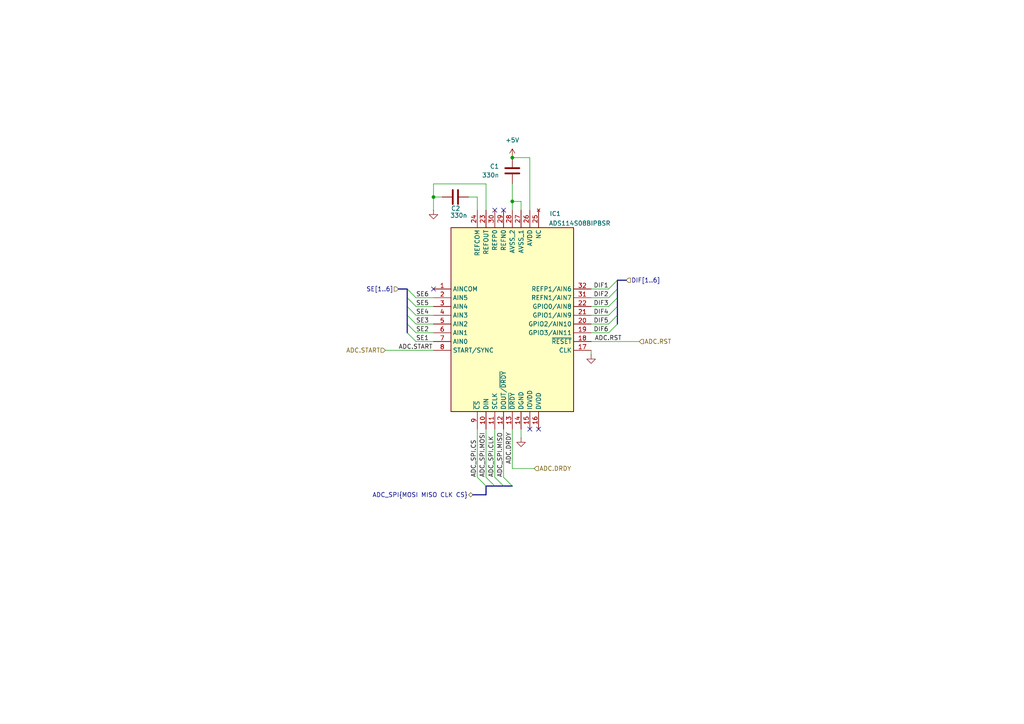
<source format=kicad_sch>
(kicad_sch
	(version 20250114)
	(generator "eeschema")
	(generator_version "9.0")
	(uuid "7045bf25-c1ee-4ef2-952f-9c85fbc27010")
	(paper "A4")
	(title_block
		(title "Universal use measuring PCB")
		(company "Author: Kacper Pawlak")
	)
	(lib_symbols
		(symbol "ADS114S08BIPBSR:ADS114S08BIPBSR"
			(exclude_from_sim no)
			(in_bom yes)
			(on_board yes)
			(property "Reference" "IC1"
				(at 35.306 21.844 0)
				(effects
					(font
						(size 1.27 1.27)
					)
				)
			)
			(property "Value" "ADS114S08BIPBSR"
				(at 42.418 19.05 0)
				(effects
					(font
						(size 1.27 1.27)
					)
				)
			)
			(property "Footprint" "QFP50P700X700X120-32N"
				(at 41.91 -79.68 0)
				(effects
					(font
						(size 1.27 1.27)
					)
					(justify left top)
					(hide yes)
				)
			)
			(property "Datasheet" "http://www.ti.com/lit/ds/symlink/ads114s08b.pdf"
				(at 41.91 -179.68 0)
				(effects
					(font
						(size 1.27 1.27)
					)
					(justify left top)
					(hide yes)
				)
			)
			(property "Description" "16-Bit, 4kSPS, 12-Ch Delta-Sigma ADC With PGA and Voltage Reference for Low-Cost Applications"
				(at 0 0 0)
				(effects
					(font
						(size 1.27 1.27)
					)
					(hide yes)
				)
			)
			(property "Height" "1.2"
				(at 41.91 -379.68 0)
				(effects
					(font
						(size 1.27 1.27)
					)
					(justify left top)
					(hide yes)
				)
			)
			(property "Mouser Part Number" "595-ADS114S08BIPBSR"
				(at 41.91 -479.68 0)
				(effects
					(font
						(size 1.27 1.27)
					)
					(justify left top)
					(hide yes)
				)
			)
			(property "Mouser Price/Stock" "https://www.mouser.co.uk/ProductDetail/Texas-Instruments/ADS114S08BIPBSR?qs=BZBei1rCqCBEYklFsSuG7A%3D%3D"
				(at 41.91 -579.68 0)
				(effects
					(font
						(size 1.27 1.27)
					)
					(justify left top)
					(hide yes)
				)
			)
			(property "Manufacturer_Name" "Texas Instruments"
				(at 41.91 -679.68 0)
				(effects
					(font
						(size 1.27 1.27)
					)
					(justify left top)
					(hide yes)
				)
			)
			(property "Manufacturer_Part_Number" "ADS114S08BIPBSR"
				(at 41.91 -779.68 0)
				(effects
					(font
						(size 1.27 1.27)
					)
					(justify left top)
					(hide yes)
				)
			)
			(symbol "ADS114S08BIPBSR_1_1"
				(rectangle
					(start 5.08 17.78)
					(end 40.64 -35.56)
					(stroke
						(width 0.254)
						(type default)
					)
					(fill
						(type background)
					)
				)
				(pin passive line
					(at 0 0 0)
					(length 5.08)
					(name "AINCOM"
						(effects
							(font
								(size 1.27 1.27)
							)
						)
					)
					(number "1"
						(effects
							(font
								(size 1.27 1.27)
							)
						)
					)
				)
				(pin passive line
					(at 0 -2.54 0)
					(length 5.08)
					(name "AIN5"
						(effects
							(font
								(size 1.27 1.27)
							)
						)
					)
					(number "2"
						(effects
							(font
								(size 1.27 1.27)
							)
						)
					)
				)
				(pin passive line
					(at 0 -5.08 0)
					(length 5.08)
					(name "AIN4"
						(effects
							(font
								(size 1.27 1.27)
							)
						)
					)
					(number "3"
						(effects
							(font
								(size 1.27 1.27)
							)
						)
					)
				)
				(pin passive line
					(at 0 -7.62 0)
					(length 5.08)
					(name "AIN3"
						(effects
							(font
								(size 1.27 1.27)
							)
						)
					)
					(number "4"
						(effects
							(font
								(size 1.27 1.27)
							)
						)
					)
				)
				(pin passive line
					(at 0 -10.16 0)
					(length 5.08)
					(name "AIN2"
						(effects
							(font
								(size 1.27 1.27)
							)
						)
					)
					(number "5"
						(effects
							(font
								(size 1.27 1.27)
							)
						)
					)
				)
				(pin passive line
					(at 0 -12.7 0)
					(length 5.08)
					(name "AIN1"
						(effects
							(font
								(size 1.27 1.27)
							)
						)
					)
					(number "6"
						(effects
							(font
								(size 1.27 1.27)
							)
						)
					)
				)
				(pin passive line
					(at 0 -15.24 0)
					(length 5.08)
					(name "AIN0"
						(effects
							(font
								(size 1.27 1.27)
							)
						)
					)
					(number "7"
						(effects
							(font
								(size 1.27 1.27)
							)
						)
					)
				)
				(pin passive line
					(at 0 -17.78 0)
					(length 5.08)
					(name "START/SYNC"
						(effects
							(font
								(size 1.27 1.27)
							)
						)
					)
					(number "8"
						(effects
							(font
								(size 1.27 1.27)
							)
						)
					)
				)
				(pin passive line
					(at 12.7 22.86 270)
					(length 5.08)
					(name "REFCOM"
						(effects
							(font
								(size 1.27 1.27)
							)
						)
					)
					(number "24"
						(effects
							(font
								(size 1.27 1.27)
							)
						)
					)
				)
				(pin passive line
					(at 12.7 -40.64 90)
					(length 5.08)
					(name "~{CS}"
						(effects
							(font
								(size 1.27 1.27)
							)
						)
					)
					(number "9"
						(effects
							(font
								(size 1.27 1.27)
							)
						)
					)
				)
				(pin passive line
					(at 15.24 22.86 270)
					(length 5.08)
					(name "REFOUT"
						(effects
							(font
								(size 1.27 1.27)
							)
						)
					)
					(number "23"
						(effects
							(font
								(size 1.27 1.27)
							)
						)
					)
				)
				(pin passive line
					(at 15.24 -40.64 90)
					(length 5.08)
					(name "DIN"
						(effects
							(font
								(size 1.27 1.27)
							)
						)
					)
					(number "10"
						(effects
							(font
								(size 1.27 1.27)
							)
						)
					)
				)
				(pin passive line
					(at 17.78 22.86 270)
					(length 5.08)
					(name "REFP0"
						(effects
							(font
								(size 1.27 1.27)
							)
						)
					)
					(number "30"
						(effects
							(font
								(size 1.27 1.27)
							)
						)
					)
				)
				(pin passive line
					(at 17.78 -40.64 90)
					(length 5.08)
					(name "SCLK"
						(effects
							(font
								(size 1.27 1.27)
							)
						)
					)
					(number "11"
						(effects
							(font
								(size 1.27 1.27)
							)
						)
					)
				)
				(pin passive line
					(at 20.32 22.86 270)
					(length 5.08)
					(name "REFN0"
						(effects
							(font
								(size 1.27 1.27)
							)
						)
					)
					(number "29"
						(effects
							(font
								(size 1.27 1.27)
							)
						)
					)
				)
				(pin passive line
					(at 20.32 -40.64 90)
					(length 5.08)
					(name "DOUT/~{DRDY}"
						(effects
							(font
								(size 1.27 1.27)
							)
						)
					)
					(number "12"
						(effects
							(font
								(size 1.27 1.27)
							)
						)
					)
				)
				(pin passive line
					(at 22.86 22.86 270)
					(length 5.08)
					(name "AVSS_2"
						(effects
							(font
								(size 1.27 1.27)
							)
						)
					)
					(number "28"
						(effects
							(font
								(size 1.27 1.27)
							)
						)
					)
				)
				(pin passive line
					(at 22.86 -40.64 90)
					(length 5.08)
					(name "~{DRDY}"
						(effects
							(font
								(size 1.27 1.27)
							)
						)
					)
					(number "13"
						(effects
							(font
								(size 1.27 1.27)
							)
						)
					)
				)
				(pin passive line
					(at 25.4 22.86 270)
					(length 5.08)
					(name "AVSS_1"
						(effects
							(font
								(size 1.27 1.27)
							)
						)
					)
					(number "27"
						(effects
							(font
								(size 1.27 1.27)
							)
						)
					)
				)
				(pin passive line
					(at 25.4 -40.64 90)
					(length 5.08)
					(name "DGND"
						(effects
							(font
								(size 1.27 1.27)
							)
						)
					)
					(number "14"
						(effects
							(font
								(size 1.27 1.27)
							)
						)
					)
				)
				(pin passive line
					(at 27.94 22.86 270)
					(length 5.08)
					(name "AVDD"
						(effects
							(font
								(size 1.27 1.27)
							)
						)
					)
					(number "26"
						(effects
							(font
								(size 1.27 1.27)
							)
						)
					)
				)
				(pin passive line
					(at 27.94 -40.64 90)
					(length 5.08)
					(name "IOVDD"
						(effects
							(font
								(size 1.27 1.27)
							)
						)
					)
					(number "15"
						(effects
							(font
								(size 1.27 1.27)
							)
						)
					)
				)
				(pin no_connect line
					(at 30.48 22.86 270)
					(length 5.08)
					(name "NC"
						(effects
							(font
								(size 1.27 1.27)
							)
						)
					)
					(number "25"
						(effects
							(font
								(size 1.27 1.27)
							)
						)
					)
				)
				(pin passive line
					(at 30.48 -40.64 90)
					(length 5.08)
					(name "DVDD"
						(effects
							(font
								(size 1.27 1.27)
							)
						)
					)
					(number "16"
						(effects
							(font
								(size 1.27 1.27)
							)
						)
					)
				)
				(pin passive line
					(at 45.72 0 180)
					(length 5.08)
					(name "REFP1/AIN6"
						(effects
							(font
								(size 1.27 1.27)
							)
						)
					)
					(number "32"
						(effects
							(font
								(size 1.27 1.27)
							)
						)
					)
				)
				(pin passive line
					(at 45.72 -2.54 180)
					(length 5.08)
					(name "REFN1/AIN7"
						(effects
							(font
								(size 1.27 1.27)
							)
						)
					)
					(number "31"
						(effects
							(font
								(size 1.27 1.27)
							)
						)
					)
				)
				(pin passive line
					(at 45.72 -5.08 180)
					(length 5.08)
					(name "GPIO0/AIN8"
						(effects
							(font
								(size 1.27 1.27)
							)
						)
					)
					(number "22"
						(effects
							(font
								(size 1.27 1.27)
							)
						)
					)
				)
				(pin passive line
					(at 45.72 -7.62 180)
					(length 5.08)
					(name "GPIO1/AIN9"
						(effects
							(font
								(size 1.27 1.27)
							)
						)
					)
					(number "21"
						(effects
							(font
								(size 1.27 1.27)
							)
						)
					)
				)
				(pin passive line
					(at 45.72 -10.16 180)
					(length 5.08)
					(name "GPIO2/AIN10"
						(effects
							(font
								(size 1.27 1.27)
							)
						)
					)
					(number "20"
						(effects
							(font
								(size 1.27 1.27)
							)
						)
					)
				)
				(pin passive line
					(at 45.72 -12.7 180)
					(length 5.08)
					(name "GPIO3/AIN11"
						(effects
							(font
								(size 1.27 1.27)
							)
						)
					)
					(number "19"
						(effects
							(font
								(size 1.27 1.27)
							)
						)
					)
				)
				(pin passive line
					(at 45.72 -15.24 180)
					(length 5.08)
					(name "~{RESET}"
						(effects
							(font
								(size 1.27 1.27)
							)
						)
					)
					(number "18"
						(effects
							(font
								(size 1.27 1.27)
							)
						)
					)
				)
				(pin passive line
					(at 45.72 -17.78 180)
					(length 5.08)
					(name "CLK"
						(effects
							(font
								(size 1.27 1.27)
							)
						)
					)
					(number "17"
						(effects
							(font
								(size 1.27 1.27)
							)
						)
					)
				)
			)
			(embedded_fonts no)
		)
		(symbol "Device:C"
			(pin_numbers
				(hide yes)
			)
			(pin_names
				(offset 0.254)
			)
			(exclude_from_sim no)
			(in_bom yes)
			(on_board yes)
			(property "Reference" "C"
				(at 0.635 2.54 0)
				(effects
					(font
						(size 1.27 1.27)
					)
					(justify left)
				)
			)
			(property "Value" "C"
				(at 0.635 -2.54 0)
				(effects
					(font
						(size 1.27 1.27)
					)
					(justify left)
				)
			)
			(property "Footprint" ""
				(at 0.9652 -3.81 0)
				(effects
					(font
						(size 1.27 1.27)
					)
					(hide yes)
				)
			)
			(property "Datasheet" "~"
				(at 0 0 0)
				(effects
					(font
						(size 1.27 1.27)
					)
					(hide yes)
				)
			)
			(property "Description" "Unpolarized capacitor"
				(at 0 0 0)
				(effects
					(font
						(size 1.27 1.27)
					)
					(hide yes)
				)
			)
			(property "ki_keywords" "cap capacitor"
				(at 0 0 0)
				(effects
					(font
						(size 1.27 1.27)
					)
					(hide yes)
				)
			)
			(property "ki_fp_filters" "C_*"
				(at 0 0 0)
				(effects
					(font
						(size 1.27 1.27)
					)
					(hide yes)
				)
			)
			(symbol "C_0_1"
				(polyline
					(pts
						(xy -2.032 0.762) (xy 2.032 0.762)
					)
					(stroke
						(width 0.508)
						(type default)
					)
					(fill
						(type none)
					)
				)
				(polyline
					(pts
						(xy -2.032 -0.762) (xy 2.032 -0.762)
					)
					(stroke
						(width 0.508)
						(type default)
					)
					(fill
						(type none)
					)
				)
			)
			(symbol "C_1_1"
				(pin passive line
					(at 0 3.81 270)
					(length 2.794)
					(name "~"
						(effects
							(font
								(size 1.27 1.27)
							)
						)
					)
					(number "1"
						(effects
							(font
								(size 1.27 1.27)
							)
						)
					)
				)
				(pin passive line
					(at 0 -3.81 90)
					(length 2.794)
					(name "~"
						(effects
							(font
								(size 1.27 1.27)
							)
						)
					)
					(number "2"
						(effects
							(font
								(size 1.27 1.27)
							)
						)
					)
				)
			)
			(embedded_fonts no)
		)
		(symbol "power:+5V"
			(power)
			(pin_numbers
				(hide yes)
			)
			(pin_names
				(offset 0)
				(hide yes)
			)
			(exclude_from_sim no)
			(in_bom yes)
			(on_board yes)
			(property "Reference" "#PWR"
				(at 0 -3.81 0)
				(effects
					(font
						(size 1.27 1.27)
					)
					(hide yes)
				)
			)
			(property "Value" "+5V"
				(at 0 3.556 0)
				(effects
					(font
						(size 1.27 1.27)
					)
				)
			)
			(property "Footprint" ""
				(at 0 0 0)
				(effects
					(font
						(size 1.27 1.27)
					)
					(hide yes)
				)
			)
			(property "Datasheet" ""
				(at 0 0 0)
				(effects
					(font
						(size 1.27 1.27)
					)
					(hide yes)
				)
			)
			(property "Description" "Power symbol creates a global label with name \"+5V\""
				(at 0 0 0)
				(effects
					(font
						(size 1.27 1.27)
					)
					(hide yes)
				)
			)
			(property "ki_keywords" "global power"
				(at 0 0 0)
				(effects
					(font
						(size 1.27 1.27)
					)
					(hide yes)
				)
			)
			(symbol "+5V_0_1"
				(polyline
					(pts
						(xy -0.762 1.27) (xy 0 2.54)
					)
					(stroke
						(width 0)
						(type default)
					)
					(fill
						(type none)
					)
				)
				(polyline
					(pts
						(xy 0 2.54) (xy 0.762 1.27)
					)
					(stroke
						(width 0)
						(type default)
					)
					(fill
						(type none)
					)
				)
				(polyline
					(pts
						(xy 0 0) (xy 0 2.54)
					)
					(stroke
						(width 0)
						(type default)
					)
					(fill
						(type none)
					)
				)
			)
			(symbol "+5V_1_1"
				(pin power_in line
					(at 0 0 90)
					(length 0)
					(name "~"
						(effects
							(font
								(size 1.27 1.27)
							)
						)
					)
					(number "1"
						(effects
							(font
								(size 1.27 1.27)
							)
						)
					)
				)
			)
			(embedded_fonts no)
		)
		(symbol "power:GND"
			(power)
			(pin_numbers
				(hide yes)
			)
			(pin_names
				(offset 0)
				(hide yes)
			)
			(exclude_from_sim no)
			(in_bom yes)
			(on_board yes)
			(property "Reference" "#PWR"
				(at 0 -6.35 0)
				(effects
					(font
						(size 1.27 1.27)
					)
					(hide yes)
				)
			)
			(property "Value" "GND"
				(at 0 -3.81 0)
				(effects
					(font
						(size 1.27 1.27)
					)
				)
			)
			(property "Footprint" ""
				(at 0 0 0)
				(effects
					(font
						(size 1.27 1.27)
					)
					(hide yes)
				)
			)
			(property "Datasheet" ""
				(at 0 0 0)
				(effects
					(font
						(size 1.27 1.27)
					)
					(hide yes)
				)
			)
			(property "Description" "Power symbol creates a global label with name \"GND\" , ground"
				(at 0 0 0)
				(effects
					(font
						(size 1.27 1.27)
					)
					(hide yes)
				)
			)
			(property "ki_keywords" "global power"
				(at 0 0 0)
				(effects
					(font
						(size 1.27 1.27)
					)
					(hide yes)
				)
			)
			(symbol "GND_0_1"
				(polyline
					(pts
						(xy 0 0) (xy 0 -1.27) (xy 1.27 -1.27) (xy 0 -2.54) (xy -1.27 -1.27) (xy 0 -1.27)
					)
					(stroke
						(width 0)
						(type default)
					)
					(fill
						(type none)
					)
				)
			)
			(symbol "GND_1_1"
				(pin power_in line
					(at 0 0 270)
					(length 0)
					(name "~"
						(effects
							(font
								(size 1.27 1.27)
							)
						)
					)
					(number "1"
						(effects
							(font
								(size 1.27 1.27)
							)
						)
					)
				)
			)
			(embedded_fonts no)
		)
	)
	(junction
		(at 148.59 58.42)
		(diameter 0)
		(color 0 0 0 0)
		(uuid "58aca058-669e-4bce-95cd-38142e82e1e4")
	)
	(junction
		(at 125.73 57.15)
		(diameter 0)
		(color 0 0 0 0)
		(uuid "6875b97b-d31e-471f-918b-68d4994737a8")
	)
	(junction
		(at 148.59 45.72)
		(diameter 0)
		(color 0 0 0 0)
		(uuid "8d98e610-2ecd-4e0f-afc1-dbcf533965a9")
	)
	(no_connect
		(at 143.51 60.96)
		(uuid "0dd0efc4-137f-497e-bd51-1db55e42ae79")
	)
	(no_connect
		(at 153.67 124.46)
		(uuid "129590c8-826d-48f6-b025-bb3a8cb8733e")
	)
	(no_connect
		(at 125.73 83.82)
		(uuid "1cf42fa8-f16b-495b-bcc3-2caab73806b9")
	)
	(no_connect
		(at 156.21 124.46)
		(uuid "88b75e18-a1f2-4cb0-88cf-ed40e01419aa")
	)
	(no_connect
		(at 146.05 60.96)
		(uuid "ffca7c9a-e112-4337-b22d-eb546039bff4")
	)
	(bus_entry
		(at 176.53 83.82)
		(size 2.54 -2.54)
		(stroke
			(width 0)
			(type default)
		)
		(uuid "066f16d1-2826-42f4-aef1-d99086f9236d")
	)
	(bus_entry
		(at 138.43 138.43)
		(size 2.54 2.54)
		(stroke
			(width 0)
			(type default)
		)
		(uuid "292103c1-f533-4658-a3f7-3bc1c56afef9")
	)
	(bus_entry
		(at 176.53 91.44)
		(size 2.54 -2.54)
		(stroke
			(width 0)
			(type default)
		)
		(uuid "31c6ac8d-7d74-405d-b8ca-5e390b672b54")
	)
	(bus_entry
		(at 120.65 88.9)
		(size -2.54 -2.54)
		(stroke
			(width 0)
			(type default)
		)
		(uuid "59d3d3f5-a584-4342-9546-e1ff11ed8cac")
	)
	(bus_entry
		(at 176.53 86.36)
		(size 2.54 -2.54)
		(stroke
			(width 0)
			(type default)
		)
		(uuid "609b8de7-401a-4d17-9c72-54ae29f88ef5")
	)
	(bus_entry
		(at 140.97 138.43)
		(size 2.54 2.54)
		(stroke
			(width 0)
			(type default)
		)
		(uuid "7e8c5c6d-cfe8-4771-9344-70080be78ed1")
	)
	(bus_entry
		(at 120.65 86.36)
		(size -2.54 -2.54)
		(stroke
			(width 0)
			(type default)
		)
		(uuid "82d2bdd6-9492-4bb7-a15f-6bf94feccf8a")
	)
	(bus_entry
		(at 120.65 93.98)
		(size -2.54 -2.54)
		(stroke
			(width 0)
			(type default)
		)
		(uuid "8b2e97f0-1597-434c-b6d5-8588c9bfd9c2")
	)
	(bus_entry
		(at 120.65 91.44)
		(size -2.54 -2.54)
		(stroke
			(width 0)
			(type default)
		)
		(uuid "8c08afad-839b-45d9-945b-2b62a939551b")
	)
	(bus_entry
		(at 176.53 93.98)
		(size 2.54 -2.54)
		(stroke
			(width 0)
			(type default)
		)
		(uuid "8ca413db-b2af-452d-aba0-f2f71ec738e7")
	)
	(bus_entry
		(at 120.65 96.52)
		(size -2.54 -2.54)
		(stroke
			(width 0)
			(type default)
		)
		(uuid "963f5fe4-641e-441b-ab0e-9e21c6628e61")
	)
	(bus_entry
		(at 120.65 99.06)
		(size -2.54 -2.54)
		(stroke
			(width 0)
			(type default)
		)
		(uuid "966bea95-9c35-465d-a87a-d79f31b87896")
	)
	(bus_entry
		(at 143.51 138.43)
		(size 2.54 2.54)
		(stroke
			(width 0)
			(type default)
		)
		(uuid "bbd5d488-ac1d-4a03-a14f-84b346bf7de4")
	)
	(bus_entry
		(at 146.05 138.43)
		(size 2.54 2.54)
		(stroke
			(width 0)
			(type default)
		)
		(uuid "bdbdc0cb-8137-48b0-8910-abd14d14b891")
	)
	(bus_entry
		(at 176.53 88.9)
		(size 2.54 -2.54)
		(stroke
			(width 0)
			(type default)
		)
		(uuid "e36b8855-0f02-41ae-9d02-cfd490c75dbc")
	)
	(bus_entry
		(at 176.53 96.52)
		(size 2.54 -2.54)
		(stroke
			(width 0)
			(type default)
		)
		(uuid "fb621ad6-66e2-4b03-aa39-c21cde30c684")
	)
	(wire
		(pts
			(xy 140.97 124.46) (xy 140.97 138.43)
		)
		(stroke
			(width 0)
			(type default)
		)
		(uuid "00d59d33-02de-458b-9d5f-ce1646794bdf")
	)
	(bus
		(pts
			(xy 179.07 91.44) (xy 179.07 93.98)
		)
		(stroke
			(width 0)
			(type default)
		)
		(uuid "0726cfff-dd0a-433c-abdf-70aa758dd52a")
	)
	(wire
		(pts
			(xy 171.45 99.06) (xy 185.42 99.06)
		)
		(stroke
			(width 0)
			(type default)
		)
		(uuid "144c02b6-2f3c-4c75-a04a-84cae6cb77ee")
	)
	(wire
		(pts
			(xy 148.59 58.42) (xy 151.13 58.42)
		)
		(stroke
			(width 0)
			(type default)
		)
		(uuid "17b61a2a-b593-427c-9957-6cc186c74810")
	)
	(wire
		(pts
			(xy 171.45 83.82) (xy 176.53 83.82)
		)
		(stroke
			(width 0)
			(type default)
		)
		(uuid "21daa0d8-9547-4057-ae74-812bd354ad60")
	)
	(bus
		(pts
			(xy 118.11 93.98) (xy 118.11 96.52)
		)
		(stroke
			(width 0)
			(type default)
		)
		(uuid "22e59af4-8e29-4f4e-8a2d-8e12eb66b3ba")
	)
	(bus
		(pts
			(xy 179.07 88.9) (xy 179.07 91.44)
		)
		(stroke
			(width 0)
			(type default)
		)
		(uuid "25f93af2-0f90-40c5-81ef-8383dfbe8c4f")
	)
	(bus
		(pts
			(xy 148.59 140.97) (xy 146.05 140.97)
		)
		(stroke
			(width 0)
			(type default)
		)
		(uuid "308b5287-1cb7-4a3c-8e7e-f7f30dae032b")
	)
	(bus
		(pts
			(xy 179.07 86.36) (xy 179.07 88.9)
		)
		(stroke
			(width 0)
			(type default)
		)
		(uuid "32a43042-782a-4016-882a-04125c85337a")
	)
	(wire
		(pts
			(xy 146.05 124.46) (xy 146.05 138.43)
		)
		(stroke
			(width 0)
			(type default)
		)
		(uuid "333222f2-dd2b-4b7e-9abd-02c46a251f1d")
	)
	(wire
		(pts
			(xy 143.51 124.46) (xy 143.51 138.43)
		)
		(stroke
			(width 0)
			(type default)
		)
		(uuid "33c540fe-6e66-46dd-a805-42b022370f06")
	)
	(wire
		(pts
			(xy 171.45 88.9) (xy 176.53 88.9)
		)
		(stroke
			(width 0)
			(type default)
		)
		(uuid "35ce382d-14e0-4d57-8fe8-6f152f1a8088")
	)
	(bus
		(pts
			(xy 118.11 86.36) (xy 118.11 88.9)
		)
		(stroke
			(width 0)
			(type default)
		)
		(uuid "3b99a794-abc6-47a6-b0fb-70f0fa7d9663")
	)
	(bus
		(pts
			(xy 137.16 143.51) (xy 140.97 143.51)
		)
		(stroke
			(width 0)
			(type default)
		)
		(uuid "3d6587cf-dee1-4146-9a18-c412c10f7a1c")
	)
	(bus
		(pts
			(xy 179.07 83.82) (xy 179.07 86.36)
		)
		(stroke
			(width 0)
			(type default)
		)
		(uuid "41316262-0624-430a-b394-9c800fcfc46f")
	)
	(wire
		(pts
			(xy 138.43 60.96) (xy 138.43 57.15)
		)
		(stroke
			(width 0)
			(type default)
		)
		(uuid "427e861c-6645-4c06-aec9-16b2e0ab8442")
	)
	(wire
		(pts
			(xy 140.97 53.34) (xy 125.73 53.34)
		)
		(stroke
			(width 0)
			(type default)
		)
		(uuid "4534a363-4519-4be2-90fb-774e6efacddf")
	)
	(bus
		(pts
			(xy 115.57 83.82) (xy 118.11 83.82)
		)
		(stroke
			(width 0)
			(type default)
		)
		(uuid "4730f3aa-8cdd-4b28-8c06-c16cc4253e7f")
	)
	(wire
		(pts
			(xy 120.65 86.36) (xy 125.73 86.36)
		)
		(stroke
			(width 0)
			(type default)
		)
		(uuid "48498906-b2b9-4eaa-a587-9713da974418")
	)
	(wire
		(pts
			(xy 125.73 57.15) (xy 125.73 60.96)
		)
		(stroke
			(width 0)
			(type default)
		)
		(uuid "49e53ae5-971f-4760-b439-a2fd1156f259")
	)
	(wire
		(pts
			(xy 125.73 53.34) (xy 125.73 57.15)
		)
		(stroke
			(width 0)
			(type default)
		)
		(uuid "4c2e354c-0545-4c08-a460-de433c73597d")
	)
	(wire
		(pts
			(xy 120.65 93.98) (xy 125.73 93.98)
		)
		(stroke
			(width 0)
			(type default)
		)
		(uuid "5030482e-7f29-4c1c-86d6-a818e435e1ed")
	)
	(bus
		(pts
			(xy 118.11 91.44) (xy 118.11 93.98)
		)
		(stroke
			(width 0)
			(type default)
		)
		(uuid "63e4acc5-fac3-444f-9750-f7f99e42fe26")
	)
	(wire
		(pts
			(xy 148.59 60.96) (xy 148.59 58.42)
		)
		(stroke
			(width 0)
			(type default)
		)
		(uuid "65e83326-2ea6-402d-ba38-29058b2f5a0a")
	)
	(wire
		(pts
			(xy 171.45 86.36) (xy 176.53 86.36)
		)
		(stroke
			(width 0)
			(type default)
		)
		(uuid "666582f5-b927-47f4-9aac-577e700a7694")
	)
	(bus
		(pts
			(xy 181.61 81.28) (xy 179.07 81.28)
		)
		(stroke
			(width 0)
			(type default)
		)
		(uuid "67702bf2-97ab-4980-a42e-71037b4418f2")
	)
	(wire
		(pts
			(xy 148.59 53.34) (xy 148.59 58.42)
		)
		(stroke
			(width 0)
			(type default)
		)
		(uuid "67997b0b-221e-45bd-8397-32bc7d2683ff")
	)
	(wire
		(pts
			(xy 148.59 45.72) (xy 153.67 45.72)
		)
		(stroke
			(width 0)
			(type default)
		)
		(uuid "6ca1cc56-4268-4dab-9807-0ded80dfa634")
	)
	(wire
		(pts
			(xy 153.67 45.72) (xy 153.67 60.96)
		)
		(stroke
			(width 0)
			(type default)
		)
		(uuid "6d4808b9-7590-4fe3-8a79-eac55804aeef")
	)
	(wire
		(pts
			(xy 171.45 96.52) (xy 176.53 96.52)
		)
		(stroke
			(width 0)
			(type default)
		)
		(uuid "7599f02f-d3eb-4334-be47-42187480a240")
	)
	(bus
		(pts
			(xy 118.11 88.9) (xy 118.11 91.44)
		)
		(stroke
			(width 0)
			(type default)
		)
		(uuid "93455007-9d31-4ad7-b7c8-513ab1631fb0")
	)
	(wire
		(pts
			(xy 111.76 101.6) (xy 125.73 101.6)
		)
		(stroke
			(width 0)
			(type default)
		)
		(uuid "940ee028-52bc-4d6f-8ca4-669d47263068")
	)
	(wire
		(pts
			(xy 151.13 124.46) (xy 151.13 127)
		)
		(stroke
			(width 0)
			(type default)
		)
		(uuid "9b20bc40-1b0a-44f8-bd7a-350dcc33c68e")
	)
	(wire
		(pts
			(xy 171.45 91.44) (xy 176.53 91.44)
		)
		(stroke
			(width 0)
			(type default)
		)
		(uuid "a1ababe2-f11c-4a64-b87a-32021afccacf")
	)
	(wire
		(pts
			(xy 148.59 124.46) (xy 148.59 135.89)
		)
		(stroke
			(width 0)
			(type default)
		)
		(uuid "a1f86e3a-65a3-4ddf-aed7-1b0577c97f16")
	)
	(wire
		(pts
			(xy 151.13 58.42) (xy 151.13 60.96)
		)
		(stroke
			(width 0)
			(type default)
		)
		(uuid "a6cdd5f6-b750-416f-9136-ea383d33947e")
	)
	(bus
		(pts
			(xy 179.07 81.28) (xy 179.07 83.82)
		)
		(stroke
			(width 0)
			(type default)
		)
		(uuid "ab9a8df4-7a58-412c-a075-e0af6a6b464c")
	)
	(wire
		(pts
			(xy 140.97 60.96) (xy 140.97 53.34)
		)
		(stroke
			(width 0)
			(type default)
		)
		(uuid "af47b669-0db6-4c48-a3b5-eb132aac04e4")
	)
	(wire
		(pts
			(xy 120.65 91.44) (xy 125.73 91.44)
		)
		(stroke
			(width 0)
			(type default)
		)
		(uuid "b0443a61-e6ba-4763-b69e-d22b564e6432")
	)
	(wire
		(pts
			(xy 120.65 96.52) (xy 125.73 96.52)
		)
		(stroke
			(width 0)
			(type default)
		)
		(uuid "beae7ce0-e29c-4058-9198-0cfa8e9b8701")
	)
	(wire
		(pts
			(xy 171.45 101.6) (xy 171.45 102.87)
		)
		(stroke
			(width 0)
			(type default)
		)
		(uuid "cee148ba-367d-45c4-a96b-3e0ef7a7799f")
	)
	(wire
		(pts
			(xy 154.94 135.89) (xy 148.59 135.89)
		)
		(stroke
			(width 0)
			(type default)
		)
		(uuid "d1cda2f4-332a-4f9a-a13a-90ec87a23804")
	)
	(wire
		(pts
			(xy 120.65 99.06) (xy 125.73 99.06)
		)
		(stroke
			(width 0)
			(type default)
		)
		(uuid "da3f0f71-b9bc-48be-be47-dd7b29f7b524")
	)
	(wire
		(pts
			(xy 171.45 93.98) (xy 176.53 93.98)
		)
		(stroke
			(width 0)
			(type default)
		)
		(uuid "ddf45120-30f8-4f9c-8900-9f7fc48d2542")
	)
	(bus
		(pts
			(xy 118.11 83.82) (xy 118.11 86.36)
		)
		(stroke
			(width 0)
			(type default)
		)
		(uuid "e6cce07a-aecf-4065-846e-7ae937c7e9ca")
	)
	(bus
		(pts
			(xy 140.97 143.51) (xy 140.97 140.97)
		)
		(stroke
			(width 0)
			(type default)
		)
		(uuid "e74e141c-206e-4b0f-942c-d74194170f4d")
	)
	(bus
		(pts
			(xy 143.51 140.97) (xy 140.97 140.97)
		)
		(stroke
			(width 0)
			(type default)
		)
		(uuid "eb019458-8b5c-45e7-bf88-0be4a903c1ea")
	)
	(wire
		(pts
			(xy 125.73 57.15) (xy 128.27 57.15)
		)
		(stroke
			(width 0)
			(type default)
		)
		(uuid "eff168d2-2e39-4a0d-b01b-de36cc157217")
	)
	(wire
		(pts
			(xy 138.43 57.15) (xy 135.89 57.15)
		)
		(stroke
			(width 0)
			(type default)
		)
		(uuid "f03a6ea1-b672-4397-ac7f-fcf5630bf90f")
	)
	(wire
		(pts
			(xy 120.65 88.9) (xy 125.73 88.9)
		)
		(stroke
			(width 0)
			(type default)
		)
		(uuid "f152ea67-995e-4d25-b83a-63bdff1d75d9")
	)
	(wire
		(pts
			(xy 138.43 124.46) (xy 138.43 138.43)
		)
		(stroke
			(width 0)
			(type default)
		)
		(uuid "f5d18d9d-d198-4b14-8695-c924bcbbf3e8")
	)
	(bus
		(pts
			(xy 146.05 140.97) (xy 143.51 140.97)
		)
		(stroke
			(width 0)
			(type default)
		)
		(uuid "fbaeb8ba-9b14-4f76-b9e1-60a19dcf2c19")
	)
	(label "DIF3"
		(at 176.53 88.9 180)
		(effects
			(font
				(size 1.27 1.27)
			)
			(justify right bottom)
		)
		(uuid "04a2f989-4ef3-4075-9e4b-dadfb88cc729")
	)
	(label "ADC_SPI.CS"
		(at 138.43 138.43 90)
		(effects
			(font
				(size 1.27 1.27)
			)
			(justify left bottom)
		)
		(uuid "12e81022-40ef-4308-8314-c4a548537eb2")
	)
	(label "DIF5"
		(at 176.53 93.98 180)
		(effects
			(font
				(size 1.27 1.27)
			)
			(justify right bottom)
		)
		(uuid "50ef5e3a-f514-40b8-8b6d-8ec792b00f66")
	)
	(label "ADC.RST"
		(at 180.34 99.06 180)
		(effects
			(font
				(size 1.27 1.27)
			)
			(justify right bottom)
		)
		(uuid "5ea87001-5c45-46bc-9b12-d1b341fbedf6")
	)
	(label "DIF1"
		(at 176.53 83.82 180)
		(effects
			(font
				(size 1.27 1.27)
			)
			(justify right bottom)
		)
		(uuid "70ffbea2-355b-4f09-bd28-aa58b153fc10")
	)
	(label "SE2"
		(at 120.65 96.52 0)
		(effects
			(font
				(size 1.27 1.27)
			)
			(justify left bottom)
		)
		(uuid "719b8f7b-0260-4f0b-866c-fbb13d085b61")
	)
	(label "ADC.DRDY"
		(at 148.59 134.62 90)
		(effects
			(font
				(size 1.27 1.27)
			)
			(justify left bottom)
		)
		(uuid "8764fdd0-35da-4066-b4c1-c7a766c89fab")
	)
	(label "ADC_SPI.MOSI"
		(at 140.97 138.43 90)
		(effects
			(font
				(size 1.27 1.27)
			)
			(justify left bottom)
		)
		(uuid "8c532770-a4c3-4a7e-be2f-9e7affe8b58f")
	)
	(label "SE6"
		(at 120.65 86.36 0)
		(effects
			(font
				(size 1.27 1.27)
			)
			(justify left bottom)
		)
		(uuid "8f8f609d-e614-4906-be0d-a3b1ba59d59e")
	)
	(label "ADC.START"
		(at 115.57 101.6 0)
		(effects
			(font
				(size 1.27 1.27)
			)
			(justify left bottom)
		)
		(uuid "af5ca51e-ef4a-462a-8846-e446b3e3ceef")
	)
	(label "SE1"
		(at 120.65 99.06 0)
		(effects
			(font
				(size 1.27 1.27)
			)
			(justify left bottom)
		)
		(uuid "b73bcf4c-d5e5-4769-83c1-2a8988aad40f")
	)
	(label "ADC_SPI.MISO"
		(at 146.05 138.43 90)
		(effects
			(font
				(size 1.27 1.27)
			)
			(justify left bottom)
		)
		(uuid "cc0b8ebb-b875-4a3f-815d-3778ed8b50fd")
	)
	(label "ADC_SPI.CLK"
		(at 143.51 138.43 90)
		(effects
			(font
				(size 1.27 1.27)
			)
			(justify left bottom)
		)
		(uuid "cc54d668-fb2f-4472-b4d7-02bf00fb6ecf")
	)
	(label "DIF2"
		(at 176.53 86.36 180)
		(effects
			(font
				(size 1.27 1.27)
			)
			(justify right bottom)
		)
		(uuid "d3fc0ce4-678a-4f72-8dd0-3f8855d3fb56")
	)
	(label "SE4"
		(at 120.65 91.44 0)
		(effects
			(font
				(size 1.27 1.27)
			)
			(justify left bottom)
		)
		(uuid "d9432bba-c2ff-4c1b-8289-321c893d8cc1")
	)
	(label "SE3"
		(at 120.65 93.98 0)
		(effects
			(font
				(size 1.27 1.27)
			)
			(justify left bottom)
		)
		(uuid "f80c0634-ced3-4a22-aabc-182e5b12d446")
	)
	(label "DIF6"
		(at 176.53 96.52 180)
		(effects
			(font
				(size 1.27 1.27)
			)
			(justify right bottom)
		)
		(uuid "fba32927-1028-43ef-94a6-eb385f3fbace")
	)
	(label "DIF4"
		(at 176.53 91.44 180)
		(effects
			(font
				(size 1.27 1.27)
			)
			(justify right bottom)
		)
		(uuid "fe7014a1-51a7-4042-8001-d7dcf5703a8a")
	)
	(label "SE5"
		(at 120.65 88.9 0)
		(effects
			(font
				(size 1.27 1.27)
			)
			(justify left bottom)
		)
		(uuid "ffa91e1b-89fe-44e1-8e7e-c53b4c13c9ef")
	)
	(hierarchical_label "SE[1..6]"
		(shape input)
		(at 115.57 83.82 180)
		(effects
			(font
				(size 1.27 1.27)
			)
			(justify right)
		)
		(uuid "1e7da597-7a25-4b7b-a027-5d7a754faf3b")
	)
	(hierarchical_label "ADC.DRDY"
		(shape input)
		(at 154.94 135.89 0)
		(effects
			(font
				(size 1.27 1.27)
			)
			(justify left)
		)
		(uuid "4ba06f7d-ec85-48d4-865c-2a3e0560a08f")
	)
	(hierarchical_label "ADC.RST"
		(shape input)
		(at 185.42 99.06 0)
		(effects
			(font
				(size 1.27 1.27)
			)
			(justify left)
		)
		(uuid "a04f5905-b43c-45bf-8b9b-630c7e334247")
	)
	(hierarchical_label "ADC.START"
		(shape input)
		(at 111.76 101.6 180)
		(effects
			(font
				(size 1.27 1.27)
			)
			(justify right)
		)
		(uuid "bd650c8b-e320-4696-bb67-0f3abe215a61")
	)
	(hierarchical_label "ADC_SPI{MOSI MISO CLK CS}"
		(shape bidirectional)
		(at 137.16 143.51 180)
		(effects
			(font
				(size 1.27 1.27)
			)
			(justify right)
		)
		(uuid "d9cf5ad3-ba9c-4098-81d0-d35f10254c52")
	)
	(hierarchical_label "DIF[1..6]"
		(shape input)
		(at 181.61 81.28 0)
		(effects
			(font
				(size 1.27 1.27)
			)
			(justify left)
		)
		(uuid "e19bb6c4-00fe-4604-87cb-fbdc14f2e84d")
	)
	(symbol
		(lib_id "power:GND")
		(at 171.45 102.87 0)
		(unit 1)
		(exclude_from_sim no)
		(in_bom yes)
		(on_board yes)
		(dnp no)
		(fields_autoplaced yes)
		(uuid "058313aa-d724-4045-bfad-a8493086878a")
		(property "Reference" "#PWR017"
			(at 171.45 109.22 0)
			(effects
				(font
					(size 1.27 1.27)
				)
				(hide yes)
			)
		)
		(property "Value" "GND"
			(at 171.45 107.95 0)
			(effects
				(font
					(size 1.27 1.27)
				)
				(hide yes)
			)
		)
		(property "Footprint" ""
			(at 171.45 102.87 0)
			(effects
				(font
					(size 1.27 1.27)
				)
				(hide yes)
			)
		)
		(property "Datasheet" ""
			(at 171.45 102.87 0)
			(effects
				(font
					(size 1.27 1.27)
				)
				(hide yes)
			)
		)
		(property "Description" "Power symbol creates a global label with name \"GND\" , ground"
			(at 171.45 102.87 0)
			(effects
				(font
					(size 1.27 1.27)
				)
				(hide yes)
			)
		)
		(pin "1"
			(uuid "e315a3a0-56b5-40b2-af89-ed159312feb7")
		)
		(instances
			(project "upp_simple"
				(path "/b652b05a-4e3d-4ad1-b032-18886abe7d45/27728c5b-995e-4e9b-804c-adae9f98b692"
					(reference "#PWR017")
					(unit 1)
				)
			)
		)
	)
	(symbol
		(lib_id "power:GND")
		(at 151.13 127 0)
		(mirror y)
		(unit 1)
		(exclude_from_sim no)
		(in_bom yes)
		(on_board yes)
		(dnp no)
		(fields_autoplaced yes)
		(uuid "34cab827-a513-4be1-b87a-1709da56abec")
		(property "Reference" "#PWR083"
			(at 151.13 133.35 0)
			(effects
				(font
					(size 1.27 1.27)
				)
				(hide yes)
			)
		)
		(property "Value" "GND"
			(at 151.13 132.08 0)
			(effects
				(font
					(size 1.27 1.27)
				)
				(hide yes)
			)
		)
		(property "Footprint" ""
			(at 151.13 127 0)
			(effects
				(font
					(size 1.27 1.27)
				)
				(hide yes)
			)
		)
		(property "Datasheet" ""
			(at 151.13 127 0)
			(effects
				(font
					(size 1.27 1.27)
				)
				(hide yes)
			)
		)
		(property "Description" "Power symbol creates a global label with name \"GND\" , ground"
			(at 151.13 127 0)
			(effects
				(font
					(size 1.27 1.27)
				)
				(hide yes)
			)
		)
		(pin "1"
			(uuid "c59cdc6b-0b03-401a-83f3-4b954d048f19")
		)
		(instances
			(project "upp_simple"
				(path "/b652b05a-4e3d-4ad1-b032-18886abe7d45/27728c5b-995e-4e9b-804c-adae9f98b692"
					(reference "#PWR083")
					(unit 1)
				)
			)
		)
	)
	(symbol
		(lib_id "power:GND")
		(at 125.73 60.96 0)
		(mirror y)
		(unit 1)
		(exclude_from_sim no)
		(in_bom yes)
		(on_board yes)
		(dnp no)
		(fields_autoplaced yes)
		(uuid "5db7c58a-b98e-4054-a5d2-3c9810d4818d")
		(property "Reference" "#PWR016"
			(at 125.73 67.31 0)
			(effects
				(font
					(size 1.27 1.27)
				)
				(hide yes)
			)
		)
		(property "Value" "GND"
			(at 125.73 66.04 0)
			(effects
				(font
					(size 1.27 1.27)
				)
				(hide yes)
			)
		)
		(property "Footprint" ""
			(at 125.73 60.96 0)
			(effects
				(font
					(size 1.27 1.27)
				)
				(hide yes)
			)
		)
		(property "Datasheet" ""
			(at 125.73 60.96 0)
			(effects
				(font
					(size 1.27 1.27)
				)
				(hide yes)
			)
		)
		(property "Description" "Power symbol creates a global label with name \"GND\" , ground"
			(at 125.73 60.96 0)
			(effects
				(font
					(size 1.27 1.27)
				)
				(hide yes)
			)
		)
		(pin "1"
			(uuid "4faff189-5850-4ce5-b444-8ac813e958f4")
		)
		(instances
			(project "upp_simple"
				(path "/b652b05a-4e3d-4ad1-b032-18886abe7d45/27728c5b-995e-4e9b-804c-adae9f98b692"
					(reference "#PWR016")
					(unit 1)
				)
			)
		)
	)
	(symbol
		(lib_id "ADS114S08BIPBSR:ADS114S08BIPBSR")
		(at 125.73 83.82 0)
		(unit 1)
		(exclude_from_sim no)
		(in_bom yes)
		(on_board yes)
		(dnp no)
		(uuid "67cfa800-aa9f-4f33-8ad5-0db10c34556b")
		(property "Reference" "IC1"
			(at 161.036 61.976 0)
			(effects
				(font
					(size 1.27 1.27)
				)
			)
		)
		(property "Value" "ADS114S08BIPBSR"
			(at 168.148 64.77 0)
			(effects
				(font
					(size 1.27 1.27)
				)
			)
		)
		(property "Footprint" "QFP50P700X700X120-32N"
			(at 167.64 163.5 0)
			(effects
				(font
					(size 1.27 1.27)
				)
				(justify left top)
				(hide yes)
			)
		)
		(property "Datasheet" "http://www.ti.com/lit/ds/symlink/ads114s08b.pdf"
			(at 167.64 263.5 0)
			(effects
				(font
					(size 1.27 1.27)
				)
				(justify left top)
				(hide yes)
			)
		)
		(property "Description" "16-Bit, 4kSPS, 12-Ch Delta-Sigma ADC With PGA and Voltage Reference for Low-Cost Applications"
			(at 125.73 83.82 0)
			(effects
				(font
					(size 1.27 1.27)
				)
				(hide yes)
			)
		)
		(property "Height" "1.2"
			(at 167.64 463.5 0)
			(effects
				(font
					(size 1.27 1.27)
				)
				(justify left top)
				(hide yes)
			)
		)
		(property "Mouser Part Number" "595-ADS114S08BIPBSR"
			(at 167.64 563.5 0)
			(effects
				(font
					(size 1.27 1.27)
				)
				(justify left top)
				(hide yes)
			)
		)
		(property "Mouser Price/Stock" "https://www.mouser.co.uk/ProductDetail/Texas-Instruments/ADS114S08BIPBSR?qs=BZBei1rCqCBEYklFsSuG7A%3D%3D"
			(at 167.64 663.5 0)
			(effects
				(font
					(size 1.27 1.27)
				)
				(justify left top)
				(hide yes)
			)
		)
		(property "Manufacturer_Name" "Texas Instruments"
			(at 167.64 763.5 0)
			(effects
				(font
					(size 1.27 1.27)
				)
				(justify left top)
				(hide yes)
			)
		)
		(property "Manufacturer_Part_Number" "ADS114S08BIPBSR"
			(at 167.64 863.5 0)
			(effects
				(font
					(size 1.27 1.27)
				)
				(justify left top)
				(hide yes)
			)
		)
		(pin "15"
			(uuid "9cd92090-d4c7-4dd0-9e4a-1242f1c6d031")
		)
		(pin "2"
			(uuid "1ba1dcec-ce41-4227-a8f2-ac8f0a579f82")
		)
		(pin "6"
			(uuid "48923694-c6f5-418a-a6dc-97a50926dbe4")
		)
		(pin "24"
			(uuid "ac744584-5ed4-4a45-bb11-a0c61905524e")
		)
		(pin "14"
			(uuid "09d7213f-a5b2-4039-a4e3-2658ad5865a7")
		)
		(pin "9"
			(uuid "5e26ce50-9238-4ea7-a6e2-03f5f143ed22")
		)
		(pin "32"
			(uuid "c9d02d33-9f1e-4737-aea1-f42ba92b8fe4")
		)
		(pin "20"
			(uuid "1d668b6b-e1aa-460e-9764-7b0db7935015")
		)
		(pin "10"
			(uuid "a17b038f-48a5-4897-a4bf-d062f128c2bd")
		)
		(pin "30"
			(uuid "36f740af-d0c0-423d-8597-3baae8e24ef3")
		)
		(pin "25"
			(uuid "03e0abac-a49c-4997-b333-2f85805e93a2")
		)
		(pin "5"
			(uuid "468ab0eb-8dbb-49e8-b7e3-5567506200e0")
		)
		(pin "22"
			(uuid "36a7f7cf-accb-47bd-a801-b0a4346e39c5")
		)
		(pin "26"
			(uuid "ea73e9ab-7e3b-49fb-acce-7c4916edde4e")
		)
		(pin "4"
			(uuid "e5176d5d-1f7d-4dc2-8498-7836a1f8ed9f")
		)
		(pin "19"
			(uuid "d6fc84e8-ff35-4420-9730-ae7740af4d71")
		)
		(pin "28"
			(uuid "44128407-fa29-4bf3-a9bd-c88e0f072ad5")
		)
		(pin "13"
			(uuid "c0e4c6b6-43fa-43d0-80fd-4b06a6d8def7")
		)
		(pin "27"
			(uuid "94971353-89fa-4a61-b4fa-9499c069a977")
		)
		(pin "21"
			(uuid "83f68870-bd43-43ee-a853-7f5f9b4f6878")
		)
		(pin "7"
			(uuid "c10a9b6f-ef01-4d46-a7e7-eaa79cbb5079")
		)
		(pin "1"
			(uuid "7d8bddda-80d7-4030-b688-ac8ec2b2da90")
		)
		(pin "29"
			(uuid "8723c14a-b5a6-4ca3-9107-a395f17a6cbd")
		)
		(pin "8"
			(uuid "459c0289-ba68-4a2c-b4bc-6d89f01db0c4")
		)
		(pin "17"
			(uuid "928f2502-32ff-4389-b1d4-68bf54eeb295")
		)
		(pin "16"
			(uuid "fe478724-b69c-4479-929a-7690aec310d4")
		)
		(pin "11"
			(uuid "505fed36-be6a-4eaa-893c-0e9c0b2d4498")
		)
		(pin "23"
			(uuid "77a5acfd-fd07-4213-88cc-92a8a338674e")
		)
		(pin "3"
			(uuid "8b3ac19b-3ec8-4d74-acc7-bfa50b9d3b92")
		)
		(pin "31"
			(uuid "9de5186d-7085-4888-9962-cb3ba122a6b4")
		)
		(pin "12"
			(uuid "f8502315-0539-4bcb-a62f-ca5085b5a7b0")
		)
		(pin "18"
			(uuid "13c15fb4-d794-4ef1-b1bc-d25334421b40")
		)
		(instances
			(project "upp_simple"
				(path "/b652b05a-4e3d-4ad1-b032-18886abe7d45/27728c5b-995e-4e9b-804c-adae9f98b692"
					(reference "IC1")
					(unit 1)
				)
			)
		)
	)
	(symbol
		(lib_id "Device:C")
		(at 132.08 57.15 270)
		(mirror x)
		(unit 1)
		(exclude_from_sim no)
		(in_bom yes)
		(on_board yes)
		(dnp no)
		(uuid "88fc4842-2245-407e-8e7d-a84f6b25c6cc")
		(property "Reference" "C2"
			(at 130.81 60.452 90)
			(effects
				(font
					(size 1.27 1.27)
				)
				(justify left)
			)
		)
		(property "Value" "330n"
			(at 130.556 62.484 90)
			(effects
				(font
					(size 1.27 1.27)
				)
				(justify left)
			)
		)
		(property "Footprint" "Capacitor_SMD:C_0603_1608Metric_Pad1.08x0.95mm_HandSolder"
			(at 128.27 56.1848 0)
			(effects
				(font
					(size 1.27 1.27)
				)
				(hide yes)
			)
		)
		(property "Datasheet" "~"
			(at 132.08 57.15 0)
			(effects
				(font
					(size 1.27 1.27)
				)
				(hide yes)
			)
		)
		(property "Description" "Unpolarized capacitor"
			(at 132.08 57.15 0)
			(effects
				(font
					(size 1.27 1.27)
				)
				(hide yes)
			)
		)
		(pin "1"
			(uuid "7b81b660-b094-40b6-95f5-5c87d67ac472")
		)
		(pin "2"
			(uuid "5bfe2284-1a42-42df-9dbf-18114a74f871")
		)
		(instances
			(project "upp_simple"
				(path "/b652b05a-4e3d-4ad1-b032-18886abe7d45/27728c5b-995e-4e9b-804c-adae9f98b692"
					(reference "C2")
					(unit 1)
				)
			)
		)
	)
	(symbol
		(lib_id "power:+5V")
		(at 148.59 45.72 0)
		(unit 1)
		(exclude_from_sim no)
		(in_bom yes)
		(on_board yes)
		(dnp no)
		(fields_autoplaced yes)
		(uuid "d28b6138-73a3-4a5f-974e-c13fed7dbaed")
		(property "Reference" "#PWR015"
			(at 148.59 49.53 0)
			(effects
				(font
					(size 1.27 1.27)
				)
				(hide yes)
			)
		)
		(property "Value" "+5V"
			(at 148.59 40.64 0)
			(effects
				(font
					(size 1.27 1.27)
				)
			)
		)
		(property "Footprint" ""
			(at 148.59 45.72 0)
			(effects
				(font
					(size 1.27 1.27)
				)
				(hide yes)
			)
		)
		(property "Datasheet" ""
			(at 148.59 45.72 0)
			(effects
				(font
					(size 1.27 1.27)
				)
				(hide yes)
			)
		)
		(property "Description" "Power symbol creates a global label with name \"+5V\""
			(at 148.59 45.72 0)
			(effects
				(font
					(size 1.27 1.27)
				)
				(hide yes)
			)
		)
		(pin "1"
			(uuid "167c7e81-0874-4603-9e16-cd83d9411dd5")
		)
		(instances
			(project "upp_simple"
				(path "/b652b05a-4e3d-4ad1-b032-18886abe7d45/27728c5b-995e-4e9b-804c-adae9f98b692"
					(reference "#PWR015")
					(unit 1)
				)
			)
		)
	)
	(symbol
		(lib_id "Device:C")
		(at 148.59 49.53 0)
		(mirror y)
		(unit 1)
		(exclude_from_sim no)
		(in_bom yes)
		(on_board yes)
		(dnp no)
		(uuid "d3b42e46-fc39-4fe9-a672-c120ac0719de")
		(property "Reference" "C1"
			(at 144.78 48.2599 0)
			(effects
				(font
					(size 1.27 1.27)
				)
				(justify left)
			)
		)
		(property "Value" "330n"
			(at 144.78 50.7999 0)
			(effects
				(font
					(size 1.27 1.27)
				)
				(justify left)
			)
		)
		(property "Footprint" "Capacitor_SMD:C_0603_1608Metric_Pad1.08x0.95mm_HandSolder"
			(at 147.6248 53.34 0)
			(effects
				(font
					(size 1.27 1.27)
				)
				(hide yes)
			)
		)
		(property "Datasheet" "~"
			(at 148.59 49.53 0)
			(effects
				(font
					(size 1.27 1.27)
				)
				(hide yes)
			)
		)
		(property "Description" "Unpolarized capacitor"
			(at 148.59 49.53 0)
			(effects
				(font
					(size 1.27 1.27)
				)
				(hide yes)
			)
		)
		(pin "1"
			(uuid "92a5a3f9-df2f-43ec-a68e-5d2f18e56449")
		)
		(pin "2"
			(uuid "06b9ca12-55ba-4cb6-9cb9-00506d8d945e")
		)
		(instances
			(project "upp_simple"
				(path "/b652b05a-4e3d-4ad1-b032-18886abe7d45/27728c5b-995e-4e9b-804c-adae9f98b692"
					(reference "C1")
					(unit 1)
				)
			)
		)
	)
)

</source>
